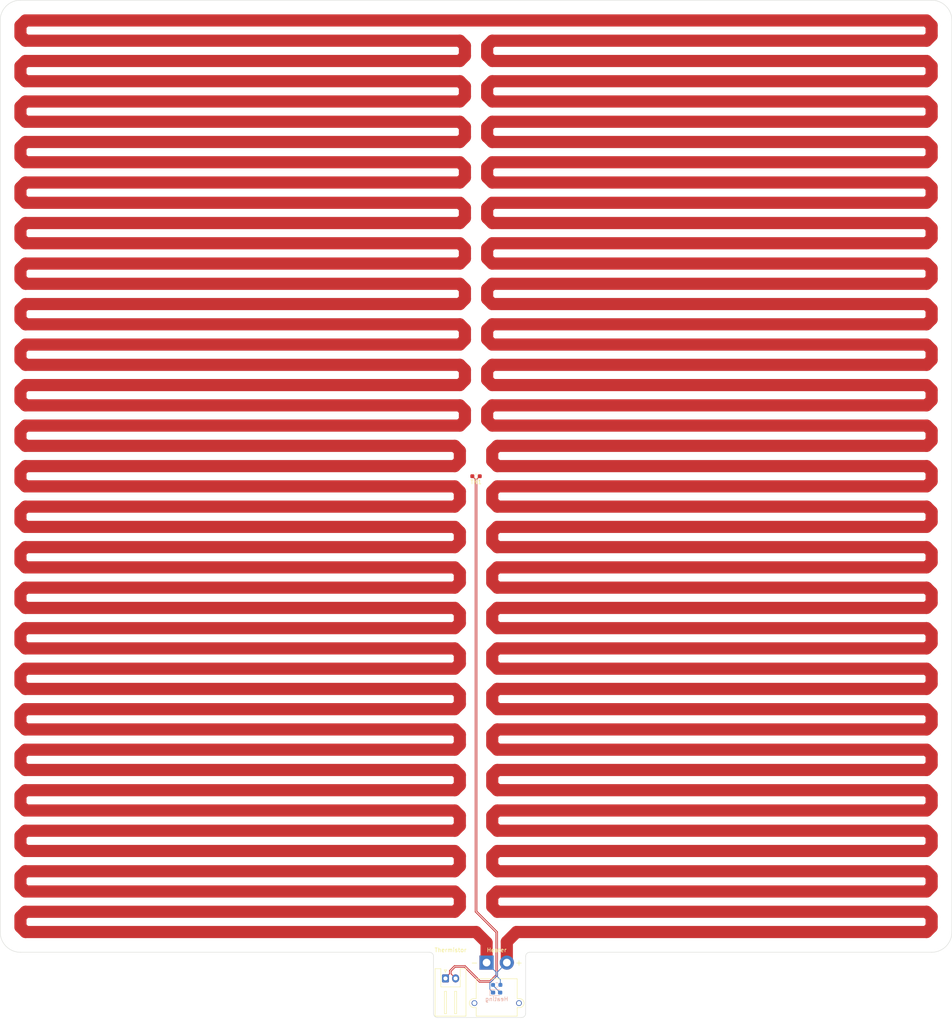
<source format=kicad_pcb>
(kicad_pcb (version 20210824) (generator pcbnew)
  (layers (0 "F.Cu" signal) (31 "B.Cu" signal) (34 "B.Paste" user) (35 "F.Paste" user) (36 "B.SilkS" user "B.Silkscreen") (37 "F.SilkS" user "F.Silkscreen") (38 "B.Mask" user) (39 "F.Mask" user) (44 "Edge.Cuts" user))
  (net 0 "")
  (net 1 "/heater")
  (net 2 "/TH+")
  (net 3 "/TH-")
  (net 4 "Net-(D1-Pad2)")
  (footprint "Connector_JST:JST_XH_S2B-XH-A_1x02_P2.50mm_Horizontal" (layer "F.Cu") (at -7.55 123.95)
    (fp_text reference "J2" hide)
    (fp_text value "Th")
    (fp_line (start 3.64 -2.41) (end 3.64 2.09) (layer "F.SilkS") (width 0.12))
    (fp_line (start 1.25 9.31) (end 5.06 9.31) (layer "F.SilkS") (width 0.12))
    (fp_line (start -0.25 8.7) (end 0.25 8.7) (layer "F.SilkS") (width 0.12))
    (fp_line (start -2.56 -2.41) (end -1.14 -2.41) (layer "F.SilkS") (width 0.12))
    (fp_line (start 3.64 2.09) (end 1.25 2.09) (layer "F.SilkS") (width 0.12))
    (fp_line (start -0.25 3.2) (end -0.25 8.7) (layer "F.SilkS") (width 0.12))
    (fp_line (start -0.3 -2.1) (end 0.3 -2.1) (layer "F.SilkS") (width 0.12))
    (fp_line (start -1.14 2.09) (end 1.25 2.09) (layer "F.SilkS") (width 0.12))
    (fp_line (start 0.25 3.2) (end -0.25 3.2) (layer "F.SilkS") (width 0.12))
    (fp_line (start 2.25 8.7) (end 2.75 8.7) (layer "F.SilkS") (width 0.12))
    (fp_line (start 2.75 8.7) (end 2.75 3.2) (layer "F.SilkS") (width 0.12))
    (fp_line (start -1.14 -2.41) (end -1.14 2.09) (layer "F.SilkS") (width 0.12))
    (fp_line (start 0.25 8.7) (end 0.25 3.2) (layer "F.SilkS") (width 0.12))
    (fp_line (start 0.3 -2.1) (end 0 -1.5) (layer "F.SilkS") (width 0.12))
    (fp_line (start 2.25 3.2) (end 2.25 8.7) (layer "F.SilkS") (width 0.12))
    (fp_line (start 0 -1.5) (end -0.3 -2.1) (layer "F.SilkS") (width 0.12))
    (fp_line (start 2.75 3.2) (end 2.25 3.2) (layer "F.SilkS") (width 0.12))
    (fp_line (start -2.56 9.31) (end -2.56 -2.41) (layer "F.SilkS") (width 0.12))
    (fp_line (start 1.25 9.31) (end -2.56 9.31) (layer "F.SilkS") (width 0.12))
    (fp_line (start 5.06 -2.41) (end 3.64 -2.41) (layer "F.SilkS") (width 0.12))
    (fp_line (start 5.06 9.31) (end 5.06 -2.41) (layer "F.SilkS") (width 0.12))
    (pad "1" thru_hole roundrect locked (at 0 0) (size 1.7 2) (drill 1) (layers *.Cu *.Mask) (roundrect_rratio 0.1470588235) (net 3 "/TH-"))
    (pad "2" thru_hole oval locked (at 2.5 0) (size 1.7 2) (drill 1) (layers *.Cu *.Mask) (net 2 "/TH+"))
  )
  (footprint "Resistor_SMD:R_0603_1608Metric_Pad0.98x0.95mm_HandSolder" (layer "F.Cu") (at 0 0 180)
    (fp_text reference "TH1" (at 0 -1.43) (layer "F.SilkS"))
    (fp_text value "Thermistor")
    (fp_line (start -0.254724 0.5225) (end 0.254724 0.5225) (layer "F.SilkS") (width 0.12))
    (fp_line (start -0.254724 -0.5225) (end 0.254724 -0.5225) (layer "F.SilkS") (width 0.12))
    (pad "1" smd roundrect locked (at -0.9125 0 180) (size 0.975 0.95) (layers "F.Cu" "F.Paste" "F.Mask") (net 2 "/TH+"))
    (pad "2" smd roundrect locked (at 0.9125 0 180) (size 0.975 0.95) (layers "F.Cu" "F.Paste" "F.Mask") (net 3 "/TH-"))
  )
  (footprint "Connector_AMASS:AMASS_XT30PW-M_1x02_P2.50mm_Horizontal" (layer "F.Cu") (at 2.6 120.05 180)
    (fp_text reference "J1" hide)
    (fp_text value "He")
    (fp_text user "-" (at 3 0) (layer "F.SilkS") (effects (font (size 1.5 1.5))))
    (fp_text user "+" (at -8 0) (layer "F.SilkS") (effects (font (size 1.5 1.5))))
    (fp_line (start -8.15 -11.11) (end -7.56 -11.11) (layer "F.SilkS") (width 0.12))
    (fp_line (start -7.56 -8.89) (end -7.56 -3.99) (layer "F.SilkS") (width 0.12))
    (fp_line (start 2.56 -13.21) (end 2.56 -11.11) (layer "F.SilkS") (width 0.12))
    (fp_line (start -8.15 -8.89) (end -7.56 -8.89) (layer "F.SilkS") (width 0.12))
    (fp_line (start -7.56 -13.21) (end 2.56 -13.21) (layer "F.SilkS") (width 0.12))
    (fp_line (start 2.56 -11.11) (end 3.15 -11.11) (layer "F.SilkS") (width 0.12))
    (fp_line (start 2.56 -8.89) (end 3.15 -8.89) (layer "F.SilkS") (width 0.12))
    (fp_line (start -7.56 -3.99) (end 2.56 -3.99) (layer "F.SilkS") (width 0.12))
    (fp_line (start 2.56 -8.89) (end 2.56 -3.99) (layer "F.SilkS") (width 0.12))
    (fp_line (start -7.56 -13.21) (end -7.56 -11.11) (layer "F.SilkS") (width 0.12))
    (fp_arc (start 3.15 -10) (end 3.15 -8.89) (angle -180) (layer "F.SilkS") (width 0.12))
    (fp_arc (start -8.15 -10) (end -8.15 -11.11) (angle -180) (layer "F.SilkS") (width 0.12))
    (pad "" thru_hole circle locked (at -8 -10 180) (size 1.4 1.4) (drill 1) (layers *.Cu *.Mask))
    (pad "" thru_hole circle locked (at 3 -10 180) (size 1.4 1.4) (drill 1) (layers *.Cu *.Mask))
    (pad "1" thru_hole rect locked (at 0 0 180) (size 3.5 3.5) (drill 1.9) (layers *.Cu *.Mask) (net 1 "/heater"))
    (pad "2" thru_hole circle locked (at -5 0 180) (size 3.5 3.5) (drill 1.9) (layers *.Cu *.Mask) (net 1 "/heater"))
  )
  (footprint "LED_SMD:LED_0603_1608Metric_Pad1.05x0.95mm_HandSolder" (layer "B.Cu") (at 5.0775 127.45)
    (fp_text reference "D1" hide)
    (fp_text value "status")
    (fp_line (start -1.66 0.735) (end -1.66 -0.735) (layer "B.SilkS") (width 0.12))
    (fp_line (start -1.66 -0.735) (end 0.8 -0.735) (layer "B.SilkS") (width 0.12))
    (fp_line (start 0.8 0.735) (end -1.66 0.735) (layer "B.SilkS") (width 0.12))
    (pad "1" smd roundrect locked (at -0.875 0) (size 1.05 0.95) (layers "B.Cu" "B.Paste" "B.Mask") (net 1 "/heater"))
    (pad "2" smd roundrect locked (at 0.875 0) (size 1.05 0.95) (layers "B.Cu" "B.Paste" "B.Mask") (net 4 "Net-(D1-Pad2)"))
  )
  (footprint "Resistor_SMD:R_0603_1608Metric_Pad0.98x0.95mm_HandSolder" (layer "B.Cu") (at 5.1 125.55 180)
    (fp_text reference "R1" hide)
    (fp_text value "680")
    (fp_line (start -0.254724 0.5225) (end 0.254724 0.5225) (layer "B.SilkS") (width 0.12))
    (fp_line (start -0.254724 -0.5225) (end 0.254724 -0.5225) (layer "B.SilkS") (width 0.12))
    (pad "1" smd roundrect locked (at -0.9125 0 180) (size 0.975 0.95) (layers "B.Cu" "B.Paste" "B.Mask") (net 1 "/heater"))
    (pad "2" smd roundrect locked (at 0.9125 0 180) (size 0.975 0.95) (layers "B.Cu" "B.Paste" "B.Mask") (net 4 "Net-(D1-Pad2)"))
  )
  (gr_line (start 117.5 -112.5) (end 117.5 112.5) (layer "Edge.Cuts") (width 0.1))
  (gr_arc (start 13.25 118.5) (end 12.25 118.5) (angle 90) (layer "Edge.Cuts") (width 0.1))
  (gr_arc (start -112.5 112.5) (end -112.5 117.5) (angle 90) (layer "Edge.Cuts") (width 0.1))
  (gr_arc (start 112.5 112.5) (end 112.5 117.5) (angle -90) (layer "Edge.Cuts") (width 0.1))
  (gr_arc (start -9.5 132.6) (end -10.5 132.6) (angle -90) (layer "Edge.Cuts") (width 0.1))
  (gr_line (start 13.25 117.5) (end 112.5 117.5) (layer "Edge.Cuts") (width 0.1))
  (gr_arc (start 11.25 132.6) (end 11.25 133.6) (angle -90) (layer "Edge.Cuts") (width 0.1))
  (gr_line (start 12.25 132.6) (end 12.25 118.5) (layer "Edge.Cuts") (width 0.1))
  (gr_line (start -9.5 133.6) (end 11.25 133.6) (layer "Edge.Cuts") (width 0.1))
  (gr_arc (start -112.5 -112.5) (end -112.5 -117.5) (angle -90) (layer "Edge.Cuts") (width 0.1))
  (gr_line (start -10.5 118.5) (end -10.5 132.6) (layer "Edge.Cuts") (width 0.1))
  (gr_line (start -112.5 -117.5) (end 112.5 -117.5) (layer "Edge.Cuts") (width 0.1))
  (gr_line (start -117.5 -112.5) (end -117.5 112.5) (layer "Edge.Cuts") (width 0.1))
  (gr_line (start -112.5 117.5) (end -11.5 117.5) (layer "Edge.Cuts") (width 0.1))
  (gr_arc (start 112.5 -112.5) (end 117.5 -112.5) (angle -90) (layer "Edge.Cuts") (width 0.1))
  (gr_arc (start -11.5 118.5) (end -10.5 118.5) (angle -90) (layer "Edge.Cuts") (width 0.1))
  (gr_text "Heating" (at 5.1 129.05) (layer "B.SilkS") (effects (font (size 1 1)) (justify mirror)))
  (gr_text "Heater" (at 5.1 116.95) (layer "F.SilkS") (effects (font (size 1 1))))
  (gr_text "Thermistor\n" (at -6.3 116.95) (layer "F.SilkS") (effects (font (size 1 1))))
  (segment (start -112.5 91.249999) (end -111.25 92.499999) (width 3) (layer "F.Cu") (net 1))
  (segment (start 111.25 2.499999) (end 112.5 1.249999) (width 3) (layer "F.Cu") (net 1))
  (segment (start -112.5 18.75) (end -112.5 21.249999) (width 3) (layer "F.Cu") (net 1))
  (segment (start 4 103.75) (end 5.25 102.5) (width 3) (layer "F.Cu") (net 1))
  (segment (start 111.25 22.499999) (end 112.5 21.249999) (width 3) (layer "F.Cu") (net 1))
  (segment (start -112.5 111.249999) (end -111.25 112.499999) (width 3) (layer "F.Cu") (net 1))
  (segment (start -112.5 68.75) (end -112.5 71.249999) (width 3) (layer "F.Cu") (net 1))
  (segment (start 5.25 42.5) (end 111.25 42.499999) (width 3) (layer "F.Cu") (net 1))
  (segment (start 111.25 67.5) (end 5.25 67.5) (width 3) (layer "F.Cu") (net 1))
  (segment (start -112.5 38.75) (end -112.5 41.249999) (width 3) (layer "F.Cu") (net 1))
  (segment (start -4 93.75) (end -4 96.25) (width 3) (layer "F.Cu") (net 1))
  (segment (start -5.25 92.5) (end -4 93.75) (width 3) (layer "F.Cu") (net 1))
  (segment (start -4 46.25) (end -5.25 47.5) (width 3) (layer "F.Cu") (net 1))
  (segment (start -4 63.75) (end -4 66.25) (width 3) (layer "F.Cu") (net 1))
  (segment (start 2.6 115.1) (end 2.6 120.05) (width 3) (layer "F.Cu") (net 1))
  (segment (start -4 -22.5) (end -111.25 -22.5) (width 3) (layer "F.Cu") (net 1))
  (segment (start 111.25 27.5) (end 5.25 27.5) (width 3) (layer "F.Cu") (net 1))
  (segment (start -4 -12.5) (end -111.25 -12.5) (width 3) (layer "F.Cu") (net 1))
  (segment (start 5.25 2.5) (end 111.25 2.499999) (width 3) (layer "F.Cu") (net 1))
  (segment (start 4 106.25) (end 4 103.75) (width 3) (layer "F.Cu") (net 1))
  (segment (start 112.5 -101.25) (end 111.25 -102.5) (width 3) (layer "F.Cu") (net 1))
  (segment (start 112.5 111.249999) (end 112.5 108.75) (width 3) (layer "F.Cu") (net 1))
  (segment (start -2.75 -103.75) (end -4 -102.5) (width 3) (layer "F.Cu") (net 1))
  (segment (start -111.25 -112.5) (end -112.5 -111.25) (width 3) (layer "F.Cu") (net 1))
  (segment (start -2.75 -16.25) (end -2.75 -13.75) (width 3) (layer "F.Cu") (net 1))
  (segment (start 112.5 1.249999) (end 112.5 -1.25) (width 3) (layer "F.Cu") (net 1))
  (segment (start 2.75 -46.25) (end 4 -47.5) (width 3) (layer "F.Cu") (net 1))
  (segment (start 111.25 -87.5) (end 112.5 -88.75) (width 3) (layer "F.Cu") (net 1))
  (segment (start -111.25 -37.5) (end -4 -37.5) (width 3) (layer "F.Cu") (net 1))
  (segment (start -2.75 -93.75) (end -4 -92.5) (width 3) (layer "F.Cu") (net 1))
  (segment (start 112.5 -111.25) (end 111.25 -112.5) (width 3) (layer "F.Cu") (net 1))
  (segment (start -4 -97.5) (end -2.75 -96.25) (width 3) (layer "F.Cu") (net 1))
  (segment (start -112.5 48.75) (end -112.5 51.249999) (width 3) (layer "F.Cu") (net 1))
  (segment (start 112.5 28.75) (end 111.25 27.5) (width 3) (layer "F.Cu") (net 1))
  (segment (start -111.25 112.499999) (end -0.000001 112.499999) (width 3) (layer "F.Cu") (net 1))
  (segment (start 112.5 -28.75) (end 112.5 -31.25) (width 3) (layer "F.Cu") (net 1))
  (segment (start 4 23.75) (end 5.25 22.5) (width 3) (layer "F.Cu") (net 1))
  (segment (start 2.75 -36.25) (end 4 -37.5) (width 3) (layer "F.Cu") (net 1))
  (segment (start -5.25 17.5) (end -111.25 17.5) (width 3) (layer "F.Cu") (net 1))
  (segment (start -0.000001 112.499999) (end 2.6 115.1) (width 3) (layer "F.Cu") (net 1))
  (segment (start 111.25 -72.5) (end 4 -72.5) (width 3) (layer "F.Cu") (net 1))
  (segment (start 112.5 8.75) (end 111.25 7.5) (width 3) (layer "F.Cu") (net 1))
  (segment (start -111.25 -27.5) (end -4 -27.5) (width 3) (layer "F.Cu") (net 1))
  (segment (start -112.5 -8.75) (end -111.25 -7.5) (width 3) (layer "F.Cu") (net 1))
  (segment (start 2.75 -96.25) (end 4 -97.5) (width 3) (layer "F.Cu") (net 1))
  (segment (start -5.25 47.5) (end -111.25 47.5) (width 3) (layer "F.Cu") (net 1))
  (segment (start 111.25 37.5) (end 5.25 37.5) (width 3) (layer "F.Cu") (net 1))
  (segment (start 112.5 -81.25) (end 111.25 -82.5) (width 3) (layer "F.Cu") (net 1))
  (segment (start 5.25 92.5) (end 111.25 92.499999) (width 3) (layer "F.Cu") (net 1))
  (segment (start 4 -42.5) (end 2.75 -43.75) (width 3) (layer "F.Cu") (net 1))
  (segment (start -112.5 -78.75) (end -111.25 -77.5) (width 3) (layer "F.Cu") (net 1))
  (segment (start -112.5 51.249999) (end -111.25 52.499999) (width 3) (layer "F.Cu") (net 1))
  (segment (start -112.5 78.75) (end -112.5 81.249999) (width 3) (layer "F.Cu") (net 1))
  (segment (start -4 -92.5) (end -111.25 -92.5) (width 3) (layer "F.Cu") (net 1))
  (segment (start -112.5 108.75) (end -112.5 111.249999) (width 3) (layer "F.Cu") (net 1))
  (segment (start -5.25 2.5) (end -4 3.75) (width 3) (layer "F.Cu") (net 1))
  (segment (start -112.5 98.75) (end -112.5 101.249999) (width 3) (layer "F.Cu") (net 1))
  (segment (start 112.5 -78.75) (end 112.5 -81.25) (width 3) (layer "F.Cu") (net 1))
  (segment (start 111.25 -2.5) (end 5.25 -2.5) (width 3) (layer "F.Cu") (net 1))
  (segment (start 4 93.75) (end 5.25 92.5) (width 3) (layer "F.Cu") (net 1))
  (segment (start 112.5 -68.75) (end 112.5 -71.25) (width 3) (layer "F.Cu") (net 1))
  (segment (start -111.25 -42.5) (end -112.5 -41.25) (width 3) (layer "F.Cu") (net 1))
  (segment (start 4 -37.5) (end 111.25 -37.5) (width 3) (layer "F.Cu") (net 1))
  (segment (start -112.5 -28.75) (end -111.25 -27.5) (width 3) (layer "F.Cu") (net 1))
  (segment (start -5.25 52.5) (end -4 53.75) (width 3) (layer "F.Cu") (net 1))
  (segment (start -111.25 -17.5) (end -4 -17.5) (width 3) (layer "F.Cu") (net 1))
  (segment (start 111.25 -92.5) (end 4 -92.5) (width 3) (layer "F.Cu") (net 1))
  (segment (start -5.25 32.5) (end -4 33.75) (width 3) (layer "F.Cu") (net 1))
  (segment (start -5.250001 62.499999) (end -4 63.75) (width 3) (layer "F.Cu") (net 1))
  (segment (start 112.5 101.249999) (end 112.5 98.75) (width 3) (layer "F.Cu") (net 1))
  (segment (start -111.25 -107.5) (end -4 -107.5) (width 3) (layer "F.Cu") (net 1))
  (segment (start 4 -72.5) (end 2.75 -73.75) (width 3) (layer "F.Cu") (net 1))
  (segment (start 112.5 -71.25) (end 111.25 -72.5) (width 3) (layer "F.Cu") (net 1))
  (segment (start 2.75 -33.75) (end 2.75 -36.25) (width 3) (layer "F.Cu") (net 1))
  (segment (start -5.25 7.5) (end -111.25 7.5) (width 3) (layer "F.Cu") (net 1))
  (segment (start 4 63.75) (end 5.250001 62.499999) (width 3) (layer "F.Cu") (net 1))
  (segment (start -4 -37.5) (end -2.75 -36.25) (width 3) (layer "F.Cu") (net 1))
  (segment (start -4 76.25) (end -5.25 77.5) (width 3) (layer "F.Cu") (net 1))
  (segment (start -112.5 81.249999) (end -111.25 82.499999) (width 3) (layer "F.Cu") (net 1))
  (segment (start 4 -92.5) (end 2.75 -93.75) (width 3) (layer "F.Cu") (net 1))
  (segment (start 4 -22.5) (end 2.75 -23.75) (width 3) (layer "F.Cu") (net 1))
  (segment (start 111.25 87.5) (end 5.25 87.5) (width 3) (layer "F.Cu") (net 1))
  (segment (start 4 33.75) (end 5.25 32.5) (width 3) (layer "F.Cu") (net 1))
  (segment (start -4 13.75) (end -4 16.25) (width 3) (layer "F.Cu") (net 1))
  (segment (start -112.5 -21.25) (end -112.5 -18.75) (width 3) (layer "F.Cu") (net 1))
  (segment (start 2.75 -73.75) (end 2.75 -76.25) (width 3) (layer "F.Cu") (net 1))
  (segment (start -111.25 -47.5) (end -4 -47.5) (width 3) (layer "F.Cu") (net 1))
  (segment (start 112.5 -61.25) (end 111.25 -62.5) (width 3) (layer "F.Cu") (net 1))
  (segment (start 4 86.25) (end 4 83.75) (width 3) (layer "F.Cu") (net 1))
  (segment (start -4 103.75) (end -4 106.25) (width 3) (layer "F.Cu") (net 1))
  (segment (start 4 -87.5) (end 111.25 -87.5) (width 3) (layer "F.Cu") (net 1))
  (segment (start -111.25 82.499999) (end -5.25 82.5) (width 3) (layer "F.Cu") (net 1))
  (segment (start -4 -62.5) (end -111.25 -62.5) (width 3) (layer "F.Cu") (net 1))
  (segment (start -5.25 77.5) (end -111.25 77.5) (width 3) (layer "F.Cu") (net 1))
  (segment (start -111.25 107.5) (end -112.5 108.75) (width 3) (layer "F.Cu") (net 1))
  (segment (start 5.25 -7.5) (end 111.25 -7.5) (width 3) (layer "F.Cu") (net 1))
  (segment (start 2.75 -63.75) (end 2.75 -66.25) (width 3) (layer "F.Cu") (net 1))
  (segment (start 2.75 -56.25) (end 4 -57.5) (width 3) (layer "F.Cu") (net 1))
  (segment (start 112.5 58.75) (end 111.25 57.5) (width 3) (layer "F.Cu") (net 1))
  (segment (start -111.25 42.499999) (end -5.25 42.5) (width 3) (layer "F.Cu") (net 1))
  (segment (start 5.25 12.5) (end 111.25 12.499999) (width 3) (layer "F.Cu") (net 1))
  (segment (start 112.5 68.75) (end 111.25 67.5) (width 3) (layer "F.Cu") (net 1))
  (segment (start -112.5 -108.75) (end -111.25 -107.5) (width 3) (layer "F.Cu") (net 1))
  (segment (start 112.5 21.249999) (end 112.5 18.75) (width 3) (layer "F.Cu") (net 1))
  (segment (start -4 -6.25) (end -4 -3.75) (width 3) (layer "F.Cu") (net 1))
  (segment (start -111.25 92.499999) (end -5.25 92.5) (width 3) (layer "F.Cu") (net 1))
  (segment (start 112.5 -11.25) (end 111.25 -12.5) (width 3) (layer "F.Cu") (net 1))
  (segment (start -5.25 -2.5) (end -111.25 -2.5) (width 3) (layer "F.Cu") (net 1))
  (segment (start 5.25 107.5) (end 4 106.25) (width 3) (layer "F.Cu") (net 1))
  (segment (start 5.25 72.5) (end 111.25 72.499999) (width 3) (layer "F.Cu") (net 1))
  (segment (start -2.75 -56.25) (end -2.75 -53.75) (width 3) (layer "F.Cu") (net 1))
  (segment (start 4 96.25) (end 4 93.75) (width 3) (layer "F.Cu") (net 1))
  (segment (start -112.5 -38.75) (end -111.25 -37.5) (width 3) (layer "F.Cu") (net 1))
  (segment (start 10.000001 112.499999) (end 111.25 112.499999) (width 3) (layer "F.Cu") (net 1))
  (segment (start -5.25 12.5) (end -4 13.75) (width 3) (layer "F.Cu") (net 1))
  (segment (start -111.25 -77.5) (end -4 -77.5) (width 3) (layer "F.Cu") (net 1))
  (segment (start 111.25 107.5) (end 5.25 107.5) (width 3) (layer "F.Cu") (net 1))
  (segment (start -112.5 -88.75) (end -111.25 -87.5) (width 3) (layer "F.Cu") (net 1))
  (segment (start -112.5 -51.25) (end -112.5 -48.75) (width 3) (layer "F.Cu") (net 1))
  (segment (start 4 26.25) (end 4 23.75) (width 3) (layer "F.Cu") (net 1))
  (segment (start 5.25 32.5) (end 111.25 32.499999) (width 3) (layer "F.Cu") (net 1))
  (segment (start 4 -67.5) (end 111.25 -67.5) (width 3) (layer "F.Cu") (net 1))
  (segment (start -112.5 -68.75) (end -111.25 -67.5) (width 3) (layer "F.Cu") (net 1))
  (segment (start 5.25 97.5) (end 4 96.25) (width 3) (layer "F.Cu") (net 1))
  (segment (start -111.25 32.499999) (end -5.25 32.5) (width 3) (layer "F.Cu") (net 1))
  (segment (start 112.5 -31.25) (end 111.25 -32.5) (width 3) (layer "F.Cu") (net 1))
  (segment (start -111.25 72.499999) (end -5.25 72.5) (width 3) (layer "F.Cu") (net 1))
  (segment (start -4 -82.5) (end -111.25 -82.5) (width 3) (layer "F.Cu") (net 1))
  (segment (start -111.25 2.499999) (end -5.25 2.5) (width 3) (layer "F.Cu") (net 1))
  (segment (start -111.25 77.5) (end -112.5 78.75) (width 3) (layer "F.Cu") (net 1))
  (segment (start -112.5 8.75) (end -112.5 11.249999) (width 3) (layer "F.Cu") (net 1))
  (segment (start 4 66.25) (end 4 63.75) (width 3) (layer "F.Cu") (net 1))
  (segment (start 111.25 47.5) (end 5.25 47.5) (width 3) (layer "F.Cu") (net 1))
  (segment (start -4 26.25) (end -5.25 27.5) (width 3) (layer "F.Cu") (net 1))
  (segment (start -111.25 12.499999) (end -5.25 12.5) (width 3) (layer "F.Cu") (net 1))
  (segment (start -4 -47.5) (end -2.75 -46.25) (width 3) (layer "F.Cu") (net 1))
  (segment (start -5.25 37.5) (end -111.25 37.5) (width 3) (layer "F.Cu") (net 1))
  (segment (start 112.5 18.75) (end 111.25 17.5) (width 3) (layer "F.Cu") (net 1))
  (segment (start 111.25 12.499999) (end 112.5 11.249999) (width 3) (layer "F.Cu") (net 1))
  (segment (start 112.5 81.249999) (end 112.5 78.75) (width 3) (layer "F.Cu") (net 1))
  (segment (start -111.25 52.499999) (end -5.25 52.5) (width 3) (layer "F.Cu") (net 1))
  (segment (start -111.25 17.5) (end -112.5 18.75) (width 3) (layer "F.Cu") (net 1))
  (segment (start 112.5 98.75) (end 111.25 97.5) (width 3) (layer "F.Cu") (net 1))
  (segment (start -111.25 -92.5) (end -112.5 -91.25) (width 3) (layer "F.Cu") (net 1))
  (segment (start 111.25 112.499999) (end 112.5 111.249999) (width 3) (layer "F.Cu") (net 1))
  (segment (start 112.5 108.75) (end 111.25 107.5) (width 3) (layer "F.Cu") (net 1))
  (segment (start 5.25 47.5) (end 4 46.25) (width 3) (layer "F.Cu") (net 1))
  (segment (start 112.5 38.75) (end 111.25 37.5) (width 3) (layer "F.Cu") (net 1))
  (segment (start 112.5 -1.25) (end 111.25 -2.5) (width 3) (layer "F.Cu") (net 1))
  (segment (start 5.25 22.5) (end 111.25 22.499999) (width 3) (layer "F.Cu") (net 1))
  (segment (start 2.75 -86.25) (end 4 -87.5) (width 3) (layer "F.Cu") (net 1))
  (segment (start -112.5 28.75) (end -112.5 31.249999) (width 3) (layer "F.Cu") (net 1))
  (segment (start -112.5 -58.75) (end -111.25 -57.5) (width 3) (layer "F.Cu") (net 1))
  (segment (start -112.5 1.249999) (end -111.25 2.499999) (width 3) (layer "F.Cu") (net 1))
  (segment (start 111.25 -27.5) (end 112.5 -28.75) (width 3) (layer "F.Cu") (net 1))
  (segment (start -2.75 -33.75) (end -4 -32.5) (width 3) (layer "F.Cu") (net 1))
  (segment (start 111.25 -42.5) (end 4 -42.5) (width 3) (layer "F.Cu") (net 1))
  (segment (start 4 46.25) (end 4 43.75) (width 3) (layer "F.Cu") (net 1))
  (segment (start 4 16.25) (end 4 13.75) (width 3) (layer "F.Cu") (net 1))
  (segment (start -112.5 -101.25) (end -112.5 -98.75) (width 3) (layer "F.Cu") (net 1))
  (segment (start -112.5 71.249999) (end -111.25 72.499999) (width 3) (layer "F.Cu") (net 1))
  (segment (start 4 -17.5) (end 111.25 -17.5) (width 3) (layer "F.Cu") (net 1))
  (segment (start 111.25 -102.5) (end 4 -102.5) (width 3) (layer "F.Cu") (net 1))
  (segment (start 4 -57.5) (end 111.25 -57.5) (width 3) (layer "F.Cu") (net 1))
  (segment (start 2.75 -76.25) (end 4 -77.5) (width 3) (layer "F.Cu") (net 1))
  (segment (start -2.75 -106.25) (end -2.75 -103.75) (width 3) (layer "F.Cu") (net 1))
  (segment (start 112.5 91.249999) (end 112.5 88.75) (width 3) (layer "F.Cu") (net 1))
  (segment (start 4 3.75) (end 5.25 2.5) (width 3) (layer "F.Cu") (net 1))
  (segment (start -111.25 -32.5) (end -112.5 -31.25) (width 3) (layer "F.Cu") (net 1))
  (segment (start -4 -27.5) (end -2.75 -26.25) (width 3) (layer "F.Cu") (net 1))
  (segment (start 111.25 -112.5) (end -111.25 -112.5) (width 3) (layer "F.Cu") (net 1))
  (segment (start -2.75 -53.75) (end -4 -52.5) (width 3) (layer "F.Cu") (net 1))
  (segment (start 111.25 -67.5) (end 112.5 -68.75) (width 3) (layer "F.Cu") (net 1))
  (segment (start -112.5 -41.25) (end -112.5 -38.75) (width 3) (layer "F.Cu") (net 1))
  (segment (start -5.25 67.5) (end -111.25 67.5) (width 3) (layer "F.Cu") (net 1))
  (segment (start 4 -107.5) (end 111.25 -107.5) (width 3) (layer "F.Cu") (net 1))
  (segment (start -112.5 -48.75) (end -111.25 -47.5) (width 3) (layer "F.Cu") (net 1))
  (segment (start 111.25 52.499999) (end 112.5 51.249999) (width 3) (layer "F.Cu") (net 1))
  (segment (start -5.25 87.5) (end -111.25 87.5) (width 3) (layer "F.Cu") (net 1))
  (segment (start -111.25 7.5) (end -112.5 8.75) (width 3) (layer "F.Cu") (net 1))
  (segment (start -5.25 97.5) (end -111.25 97.5) (width 3) (layer "F.Cu") (net 1))
  (segment (start 112.5 61.249999) (end 112.5 58.75) (width 3) (layer "F.Cu") (net 1))
  (segment (start 112.5 88.75) (end 111.25 87.5) (width 3) (layer "F.Cu") (net 1))
  (segment (start -2.75 -46.25) (end -2.75 -43.75) (width 3) (layer "F.Cu") (net 1))
  (segment (start 5.25 67.5) (end 4 66.25) (width 3) (layer "F.Cu") (net 1))
  (segment (start 112.5 -51.25) (end 111.25 -52.5) (width 3) (layer "F.Cu") (net 1))
  (segment (start 111.25 72.499999) (end 112.5 71.249999) (width 3) (layer "F.Cu") (net 1))
  (segment (start -4 -42.5) (end -111.25 -42.5) (width 3) (layer "F.Cu") (net 1))
  (segment (start 112.5 41.249999) (end 112.5 38.75) (width 3) (layer "F.Cu") (net 1))
  (segment (start 4 -62.5) (end 2.75 -63.75) (width 3) (layer "F.Cu") (net 1))
  (segment (start -112.5 21.249999) (end -111.25 22.499999) (width 3) (layer "F.Cu") (net 1))
  (segment (start 111.25 57.5) (end 5.25 57.5) (width 3) (layer "F.Cu") (net 1))
  (segment (start 4 -27.5) (end 111.25 -27.5) (width 3) (layer "F.Cu") (net 1))
  (segment (start -111.25 37.5) (end -112.5 38.75) (width 3) (layer "F.Cu") (net 1))
  (segment (start 111.25 97.5) (end 5.25 97.5) (width 3) (layer "F.Cu") (net 1))
  (segment (start -5.25 -7.5) (end -4 -6.25) (width 3) (layer "F.Cu") (net 1))
  (segment (start 4 -32.5) (end 2.75 -33.75) (width 3) (layer "F.Cu") (net 1))
  (segment (start -2.75 -83.75) (end -4 -82.5) (width 3) (layer "F.Cu") (net 1))
  (segment (start -4 -72.5) (end -111.25 -72.5) (width 3) (layer "F.Cu") (net 1))
  (segment (start 4 -102.5) (end 2.75 -103.75) (width 3) (layer "F.Cu") (net 1))
  (segment (start 4 76.25) (end 4 73.75) (width 3) (layer "F.Cu") (net 1))
  (segment (start 2.75 -26.25) (end 4 -27.5) (width 3) (layer "F.Cu") (net 1))
  (segment (start 4 73.75) (end 5.25 72.5) (width 3) (layer "F.Cu") (net 1))
  (segment (start -111.25 -22.5) (end -112.5 -21.25) (width 3) (layer "F.Cu") (net 1))
  (segment (start -111.25 -62.5) (end -112.5 -61.25) (width 3) (layer "F.Cu") (net 1))
  (segment (start 111.25 -62.5) (end 4 -62.5) (width 3) (layer "F.Cu") (net 1))
  (segment (start 5.25 82.5) (end 111.25 82.499999) (width 3) (layer "F.Cu") (net 1))
  (segment (start -2.75 -23.75) (end -4 -22.5) (width 3) (layer "F.Cu") (net 1))
  (segment (start 112.5 -58.75) (end 112.5 -61.25) (width 3) (layer "F.Cu") (net 1))
  (segment (start -111.25 27.5) (end -112.5 28.75) (width 3) (layer "F.Cu") (net 1))
  (segment (start 112.5 71.249999) (end 112.5 68.75) (width 3) (layer "F.Cu") (net 1))
  (segment (start 2.75 -93.75) (end 2.75 -96.25) (width 3) (layer "F.Cu") (net 1))
  (segment (start 111.25 -7.5) (end 112.5 -8.75) (width 3) (layer "F.Cu") (net 1))
  (segment (start -4 73.75) (end -4 76.25) (width 3) (layer "F.Cu") (net 1))
  (segment (start 4 36.25) (end 4 33.75) (width 3) (layer "F.Cu") (net 1))
  (segment (start 4 -82.5) (end 2.75 -83.75) (width 3) (layer "F.Cu") (net 1))
  (segment (start 4 43.75) (end 5.25 42.5) (width 3) (layer "F.Cu") (net 1))
  (segment (start 7.6 114.9) (end 10.000001 112.499999) (width 3) (layer "F.Cu") (net 1))
  (segment (start 4 -77.5) (end 111.25 -77.5) (width 3) (layer "F.Cu") (net 1))
  (segment (start -2.75 -43.75) (end -4 -42.5) (width 3) (layer "F.Cu") (net 1))
  (segment (start 5.25 17.5) (end 4 16.25) (width 3) (layer "F.Cu") (net 1))
  (segment (start -112.5 -71.25) (end -112.5 -68.75) (width 3) (layer "F.Cu") (net 1))
  (segment (start 112.5 -91.25) (end 111.25 -92.5) (width 3) (layer "F.Cu") (net 1))
  (segment (start 111.25 7.5) (end 5.25 7.5) (width 3) (layer "F.Cu") (net 1))
  (segment (start -4 56.25) (end -5.25 57.5) (width 3) (layer "F.Cu") (net 1))
  (segment (start -2.75 -13.75) (end -4 -12.5) (width 3) (layer "F.Cu") (net 1))
  (segment (start -111.25 -72.5) (end -112.5 -71.25) (width 3) (layer "F.Cu") (net 1))
  (segment (start -111.25 -12.5) (end -112.5 -11.25) (width 3) (layer "F.Cu") (net 1))
  (segment (start -4 23.75) (end -4 26.25) (width 3) (layer "F.Cu") (net 1))
  (segment (start 112.5 51.249999) (end 112.5 48.75) (width 3) (layer "F.Cu") (net 1))
  (segment (start -4 -102.5) (end -111.25 -102.5) (width 3) (layer "F.Cu") (net 1))
  (segment (start -111.25 87.5) (end -112.5 88.75) (width 3) (layer "F.Cu") (net 1))
  (segment (start 111.25 62.499999) (end 112.5 61.249999) (width 3) (layer "F.Cu") (net 1))
  (segment (start -111.25 -97.5) (end -4 -97.5) (width 3) (layer "F.Cu") (net 1))
  (segment (start 111.25 -107.5) (end 112.5 -108.75) (width 3) (layer "F.Cu") (net 1))
  (segment (start -5.25 82.5) (end -4 83.75) (width 3) (layer "F.Cu") (net 1))
  (segment (start -4 -87.5) (end -2.75 -86.25) (width 3) (layer "F.Cu") (net 1))
  (segment (start -111.25 47.5) (end -112.5 48.75) (width 3) (layer "F.Cu") (net 1))
  (segment (start 4 -3.75) (end 4 -6.25) (width 3) (layer "F.Cu") (net 1))
  (segment (start -2.75 -86.25) (end -2.75 -83.75) (width 3) (layer "F.Cu") (net 1))
  (segment (start 111.25 -82.5) (end 4 -82.5) (width 3) (layer "F.Cu") (net 1))
  (segment (start -4 86.25) (end -5.25 87.5) (width 3) (layer "F.Cu") (net 1))
  (segment (start -4 -52.5) (end -111.25 -52.5) (width 3) (layer "F.Cu") (net 1))
  (segment (start -112.5 -111.25) (end -112.5 -108.75) (width 3) (layer "F.Cu") (net 1))
  (segment (start -111.25 102.499999) (end -5.25 102.5) (width 3) (layer "F.Cu") (net 1))
  (segment (start -4 -77.5) (end -2.75 -76.25) (width 3) (layer "F.Cu") (net 1))
  (segment (start -112.5 11.249999) (end -111.25 12.499999) (width 3) (layer "F.Cu") (net 1))
  (segment (start -112.5 31.249999) (end -111.25 32.499999) (width 3) (layer "F.Cu") (net 1))
  (segment (start 112.5 -98.75) (end 112.5 -101.25) (width 3) (layer "F.Cu") (net 1))
  (segment (start 4 56.25) (end 4 53.75) (width 3) (layer "F.Cu") (net 1))
  (segment (start -111.25 57.5) (end -112.5 58.75) (width 3) (layer "F.Cu") (net 1))
  (segment (start 5.25 7.5) (end 4 6.25) (width 3) (layer "F.Cu") (net 1))
  (segment (start 2.75 -16.25) (end 4 -17.5) (width 3) (layer "F.Cu") (net 1))
  (segment (start 112.5 31.249999) (end 112.5 28.75) (width 3) (layer "F.Cu") (net 1))
  (segment (start 2.75 -53.75) (end 2.75 -56.25) (width 3) (layer "F.Cu") (net 1))
  (segment (start -111.25 -52.5) (end -112.5 -51.25) (width 3) (layer "F.Cu") (net 1))
  (segment (start -111.25 -102.5) (end -112.5 -101.25) (width 3) (layer "F.Cu") (net 1))
  (segment (start -2.75 -36.25) (end -2.75 -33.75) (width 3) (layer "F.Cu") (net 1))
  (segment (start -5.25 57.5) (end -111.25 57.5) (width 3) (layer "F.Cu") (net 1))
  (segment (start 2.75 -43.75) (end 2.75 -46.25) (width 3) (layer "F.Cu") (net 1))
  (segment (start -112.5 -81.25) (end -112.5 -78.75) (width 3) (layer "F.Cu") (net 1))
  (segment (start -111.25 -2.5) (end -112.5 -1.25) (width 3) (layer "F.Cu") (net 1))
  (segment (start 2.75 -66.25) (end 4 -67.5) (width 3) (layer "F.Cu") (net 1))
  (segment (start -112.5 -61.25) (end -112.5 -58.75) (width 3) (layer "F.Cu") (net 1))
  (segment (start -4 -57.5) (end -2.75 -56.25) (width 3) (layer "F.Cu") (net 1))
  (segment (start 111.25 17.5) (end 5.25 17.5) (width 3) (layer "F.Cu") (net 1))
  (segment (start 5.25 -2.5) (end 4 -3.75) (width 3) (layer "F.Cu") (net 1))
  (segment (start -112.5 -18.75) (end -111.25 -17.5) (width 3) (layer "F.Cu") (net 1))
  (segment (start -5.25 107.5) (end -111.25 107.5) (width 3) (layer "F.Cu") (net 1))
  (segment (start -4 -67.5) (end -2.75 -66.25) (width 3) (layer "F.Cu") (net 1))
  (segment (start -112.5 -91.25) (end -112.5 -88.75) (width 3) (layer "F.Cu") (net 1))
  (segment (start -4 36.25) (end -5.25 37.5) (width 3) (layer "F.Cu") (net 1))
  (segment (start -4 43.75) (end -4 46.25) (width 3) (layer "F.Cu") (net 1))
  (segment (start 111.25 -97.5) (end 112.5 -98.75) (width 3) (layer "F.Cu") (net 1))
  (segment (start 2.75 -106.25) (end 4 -107.5) (width 3) (layer "F.Cu") (net 1))
  (segment (start 111.25 42.499999) (end 112.5 41.249999) (width 3) (layer "F.Cu") (net 1))
  (segment (start -5.25 22.5) (end -4 23.75) (width 3) (layer "F.Cu") (net 1))
  (segment (start 2.75 -103.75) (end 2.75 -106.25) (width 3) (layer "F.Cu") (net 1))
  (segment (start 4 -47.5) (end 111.25 -47.5) (width 3) (layer "F.Cu") (net 1))
  (segment (start 111.25 -52.5) (end 4 -52.5) (width 3) (layer "F.Cu") (net 1))
  (segment (start -111.25 62.499999) (end -5.250001 62.499999) (width 3) (layer "F.Cu") (net 1))
  (segment (start 5.25 57.5) (end 4 56.25) (width 3) (layer "F.Cu") (net 1))
  (segment (start -5.25 27.5) (end -111.25 27.5) (width 3) (layer "F.Cu") (net 1))
  (segment (start 2.75 -23.75) (end 2.75 -26.25) (width 3) (layer "F.Cu") (net 1))
  (segment (start -4 33.75) (end -4 36.25) (width 3) (layer "F.Cu") (net 1))
  (segment (start 112.5 -41.25) (end 111.25 -42.5) (width 3) (layer "F.Cu") (net 1))
  (segment (start 111.25 -22.5) (end 4 -22.5) (width 3) (layer "F.Cu") (net 1))
  (segment (start -4 53.75) (end -4 56.25) (width 3) (layer "F.Cu") (net 1))
  (segment (start -4 66.25) (end -5.25 67.5) (width 3) (layer "F.Cu") (net 1))
  (segment (start -111.25 67.5) (end -112.5 68.75) (width 3) (layer "F.Cu") (net 1))
  (segment (start 4 -97.5) (end 111.25 -97.5) (width 3) (layer "F.Cu") (net 1))
  (segment (start 5.25 77.5) (end 4 76.25) (width 3) (layer "F.Cu") (net 1))
  (segment (start 111.25 -37.5) (end 112.5 -38.75) (width 3) (layer "F.Cu") (net 1))
  (segment (start -2.75 -63.75) (end -4 -62.5) (width 3) (layer "F.Cu") (net 1))
  (segment (start 111.25 82.499999) (end 112.5 81.249999) (width 3) (layer "F.Cu") (net 1))
  (segment (start -4 6.25) (end -5.25 7.5) (width 3) (layer "F.Cu") (net 1))
  (segment (start 112.5 78.75) (end 111.25 77.5) (width 3) (layer "F.Cu") (net 1))
  (segment (start -112.5 -1.25) (end -112.5 1.249999) (width 3) (layer "F.Cu") (net 1))
  (segment (start 112.5 -18.75) (end 112.5 -21.25) (width 3) (layer "F.Cu") (net 1))
  (segment (start -5.25 72.5) (end -4 73.75) (width 3) (layer "F.Cu") (net 1))
  (segment (start 111.25 -57.5) (end 112.5 -58.75) (width 3) (layer "F.Cu") (net 1))
  (segment (start 111.25 32.499999) (end 112.5 31.249999) (width 3) (layer "F.Cu") (net 1))
  (segment (start -111.25 -82.5) (end -112.5 -81.25) (width 3) (layer "F.Cu") (net 1))
  (segment (start 111.25 -77.5) (end 112.5 -78.75) (width 3) (layer "F.Cu") (net 1))
  (segment (start 4 13.75) (end 5.25 12.5) (width 3) (layer "F.Cu") (net 1))
  (segment (start -111.25 22.499999) (end -5.25 22.5) (width 3) (layer "F.Cu") (net 1))
  (segment (start -112.5 -31.25) (end -112.5 -28.75) (width 3) (layer "F.Cu") (net 1))
  (segment (start -2.75 -76.25) (end -2.75 -73.75) (width 3) (layer "F.Cu") (net 1))
  (segment (start 4 53.75) (end 5.25 52.5) (width 3) (layer "F.Cu") (net 1))
  (segment (start -111.25 97.5) (end -112.5 98.75) (width 3) (layer "F.Cu") (net 1))
  (segment (start -4 -3.75) (end -5.25 -2.5) (width 3) (layer "F.Cu") (net 1))
  (segment (start 2.75 -13.75) (end 2.75 -16.25) (width 3) (layer "F.Cu") (net 1))
  (segment (start -4 -17.5) (end -2.75 -16.25) (width 3) (layer "F.Cu") (net 1))
  (segment (start -4 106.25) (end -5.25 107.5) (width 3) (layer "F.Cu") (net 1))
  (segment (start -2.75 -26.25) (end -2.75 -23.75) (width 3) (layer "F.Cu") (net 1))
  (segment (start 5.25 87.5) (end 4 86.25) (width 3) (layer "F.Cu") (net 1))
  (segment (start 112.5 -88.75) (end 112.5 -91.25) (width 3) (layer "F.Cu") (net 1))
  (segment (start -111.25 -57.5) (end -4 -57.5) (width 3) (layer "F.Cu") (net 1))
  (segment (start 5.25 37.5) (end 4 36.25) (width 3) (layer "F.Cu") (net 1))
  (segment (start -112.5 101.249999) (end -111.25 102.499999) (width 3) (layer "F.Cu") (net 1))
  (segment (start 5.25 27.5) (end 4 26.25) (width 3) (layer "F.Cu") (net 1))
  (segment (start 4 -12.5) (end 2.75 -13.75) (width 3) (layer "F.Cu") (net 1))
  (segment (start 112.5 -38.75) (end 112.5 -41.25) (width 3) (layer "F.Cu") (net 1))
  (segment (start 112.5 -8.75) (end 112.5 -11.25) (width 3) (layer "F.Cu") (net 1))
  (segment (start 111.25 92.499999) (end 112.5 91.249999) (width 3) (layer "F.Cu") (net 1))
  (segment (start 112.5 11.249999) (end 112.5 8.75) (width 3) (layer "F.Cu") (net 1))
  (segment (start -4 16.25) (end -5.25 17.5) (width 3) (layer "F.Cu") (net 1))
  (segment (start 112.5 -21.25) (end 111.25 -22.5) (width 3) (layer "F.Cu") (net 1))
  (segment (start -112.5 58.75) (end -112.5 61.249999) (width 3) (layer "F.Cu") (net 1))
  (segment (start 111.25 77.5) (end 5.25 77.5) (width 3) (layer "F.Cu") (net 1))
  (segment (start -4 3.75) (end -4 6.25) (width 3) (layer "F.Cu") (net 1))
  (segment (start 7.6 114.9) (end 7.6 120.05) (width 3) (layer "F.Cu") (net 1))
  (segment (start -112.5 41.249999) (end -111.25 42.499999) (width 3) (layer "F.Cu") (net 1))
  (segment (start -4 -32.5) (end -111.25 -32.5) (width 3) (layer "F.Cu") (net 1))
  (segment (start 5.25 102.5) (end 111.25 102.499999) (width 3) (layer "F.Cu") (net 1))
  (segment (start -2.75 -73.75) (end -4 -72.5) (width 3) (layer "F.Cu") (net 1))
  (segment (start -4 83.75) (end -4 86.25) (width 3) (layer "F.Cu") (net 1))
  (segment (start -2.75 -96.25) (end -2.75 -93.75) (width 3) (layer "F.Cu") (net 1))
  (segment (start -2.75 -66.25) (end -2.75 -63.75) (width 3) (layer "F.Cu") (net 1))
  (segment (start -111.25 -7.5) (end -5.25 -7.5) (width 3) (layer "F.Cu") (net 1))
  (segment (start -5.25 102.5) (end -4 103.75) (width 3) (layer "F.Cu") (net 1))
  (segment (start 111.25 -12.5) (end 4 -12.5) (width 3) (layer "F.Cu") (net 1))
  (segment (start -4 -107.5) (end -2.75 -106.25) (width 3) (layer "F.Cu") (net 1))
  (segment (start 111.25 -17.5) (end 112.5 -18.75) (width 3) (layer "F.Cu") (net 1))
  (segment (start -5.25 42.5) (end -4 43.75) (width 3) (layer "F.Cu") (net 1))
  (segment (start 112.5 48.75) (end 111.25 47.5) (width 3) (layer "F.Cu") (net 1))
  (segment (start -111.25 -87.5) (end -4 -87.5) (width 3) (layer "F.Cu") (net 1))
  (segment (start 112.5 -48.75) (end 112.5 -51.25) (width 3) (layer "F.Cu") (net 1))
  (segment (start 111.25 -32.5) (end 4 -32.5) (width 3) (layer "F.Cu") (net 1))
  (segment (start -112.5 -11.25) (end -112.5 -8.75) (width 3) (layer "F.Cu") (net 1))
  (segment (start 112.5 -108.75) (end 112.5 -111.25) (width 3) (layer "F.Cu") (net 1))
  (segment (start 4 83.75) (end 5.25 82.5) (width 3) (layer "F.Cu") (net 1))
  (segment (start 2.75 -83.75) (end 2.75 -86.25) (width 3) (layer "F.Cu") (net 1))
  (segment (start -111.25 -67.5) (end -4 -67.5) (width 3) (layer "F.Cu") (net 1))
  (segment (start 4 -52.5) (end 2.75 -53.75) (width 3) (layer "F.Cu") (net 1))
  (segment (start -4 96.25) (end -5.25 97.5) (width 3) (layer "F.Cu") (net 1))
  (segment (start 4 6.25) (end 4 3.75) (width 3) (layer "F.Cu") (net 1))
  (segment (start 5.25 52.5) (end 111.25 52.499999) (width 3) (layer "F.Cu") (net 1))
  (segment (start 111.25 -47.5) (end 112.5 -48.75) (width 3) (layer "F.Cu") (net 1))
  (segment (start 111.25 102.499999) (end 112.5 101.249999) (width 3) (layer "F.Cu") (net 1))
  (segment (start -112.5 88.75) (end -112.5 91.249999) (width 3) (layer "F.Cu") (net 1))
  (segment (start -112.5 61.249999) (end -111.25 62.499999) (width 3) (layer "F.Cu") (net 1))
  (segment (start 5.250001 62.499999) (end 111.25 62.499999) (width 3) (layer "F.Cu") (net 1))
  (segment (start 4 -6.25) (end 5.25 -7.5) (width 3) (layer "F.Cu") (net 1))
  (segment (start -112.5 -98.75) (end -111.25 -97.5) (width 3) (layer "F.Cu") (net 1))
  (segment (start 4.9 123.55) (end 4.9 122.35) (width 0.2) (layer "B.Cu") (net 1))
  (segment (start 5.3 122.35) (end 5.3 123.55) (width 0.2) (layer "B.Cu") (net 1))
  (segment (start 5.3 123.55) (end 6.0125 124.2625) (width 0.2) (layer "B.Cu") (net 1))
  (segment (start 3.40048 125.04952) (end 4.9 123.55) (width 0.2) (layer "B.Cu") (net 1))
  (segment (start 4.2025 127.45) (end 3.40048 126.64798) (width 0.2) (layer "B.Cu") (net 1))
  (segment (start 6.0125 124.2625) (end 6.0125 125.55) (width 0.2) (layer "B.Cu") (net 1))
  (segment (start 3.40048 126.64798) (end 3.40048 125.04952) (width 0.2) (layer "B.Cu") (net 1))
  (segment (start 4.9 122.35) (end 2.6 120.05) (width 0.2) (layer "B.Cu") (net 1))
  (segment (start 7.6 120.05) (end 5.3 122.35) (width 0.2) (layer "B.Cu") (net 1))
  (segment (start -6.15 122.85) (end -6.15 122.182162) (width 0.2) (layer "F.Cu") (net 2))
  (segment (start 5.29952 123.215486) (end 5.29952 112.463802) (width 0.2) (layer "F.Cu") (net 2))
  (segment (start 0.2 107.363802) (end 0.19952 0.71298) (width 0.2) (layer "F.Cu") (net 2))
  (segment (start -5.167358 121.19952) (end -2.865486 121.19952) (width 0.2) (layer "F.Cu") (net 2))
  (segment (start -2.865486 121.19952) (end 0.834514 124.89952) (width 0.2) (layer "F.Cu") (net 2))
  (segment (start -5.05 123.95) (end -6.15 122.85) (width 0.2) (layer "F.Cu") (net 2))
  (segment (start 0.834514 124.89952) (end 3.615486 124.89952) (width 0.2) (layer "F.Cu") (net 2))
  (segment (start 5.29952 112.463802) (end 0.19952 107.363802) (width 0.2) (layer "F.Cu") (net 2))
  (segment (start 0.19952 0.71298) (end 0.9125 0) (width 0.2) (layer "F.Cu") (net 2))
  (segment (start -6.15 122.182162) (end -5.167358 121.19952) (width 0.2) (layer "F.Cu") (net 2))
  (segment (start 3.615486 124.89952) (end 5.29952 123.215486) (width 0.2) (layer "F.Cu") (net 2))
  (segment (start -0.9125 0) (end -0.2 0.7125) (width 0.2) (layer "F.Cu") (net 3))
  (segment (start 4.9 112.629288) (end 4.9 123.05) (width 0.2) (layer "F.Cu") (net 3))
  (segment (start -0.199999 107.529289) (end 4.9 112.629288) (width 0.2) (layer "F.Cu") (net 3))
  (segment (start -6.54952 122.79952) (end -7.55 123.8) (width 0.2) (layer "F.Cu") (net 3))
  (segment (start -0.2 0.7125) (end -0.199999 107.529289) (width 0.2) (layer "F.Cu") (net 3))
  (segment (start -2.7 120.8) (end -5.332844 120.8) (width 0.2) (layer "F.Cu") (net 3))
  (segment (start -7.55 123.8) (end -7.55 123.95) (width 0.2) (layer "F.Cu") (net 3))
  (segment (start 4.9 123.05) (end 3.45 124.5) (width 0.2) (layer "F.Cu") (net 3))
  (segment (start -6.54952 122.016676) (end -6.54952 122.79952) (width 0.2) (layer "F.Cu") (net 3))
  (segment (start 3.45 124.5) (end 1 124.5) (width 0.2) (layer "F.Cu") (net 3))
  (segment (start -5.332844 120.8) (end -6.54952 122.016676) (width 0.2) (layer "F.Cu") (net 3))
  (segment (start 1 124.5) (end -2.7 120.8) (width 0.2) (layer "F.Cu") (net 3))
  (segment (start 4.1875 125.55) (end 4.1875 125.685) (width 0.2) (layer "B.Cu") (net 4))
  (segment (start 4.1875 125.685) (end 5.9525 127.45) (width 0.2) (layer "B.Cu") (net 4))
)
</source>
